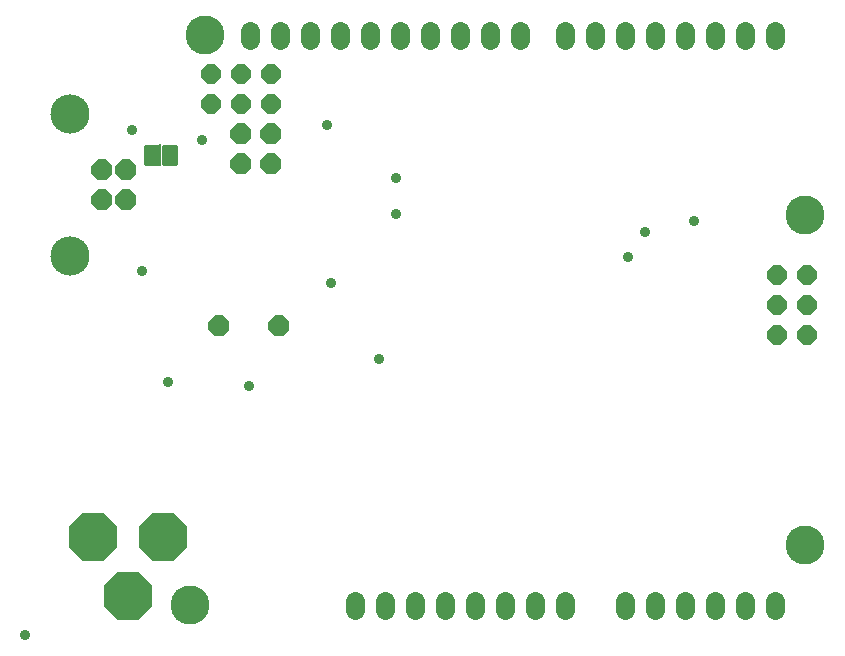
<source format=gbr>
G04 EAGLE Gerber RS-274X export*
G75*
%MOMM*%
%FSLAX34Y34*%
%LPD*%
%INSoldermask Bottom*%
%IPPOS*%
%AMOC8*
5,1,8,0,0,1.08239X$1,22.5*%
G01*
%ADD10C,3.301600*%
%ADD11P,1.787675X8X292.500000*%
%ADD12P,4.439531X8X202.500000*%
%ADD13P,4.439531X8X112.500000*%
%ADD14C,2.051600*%
%ADD15P,1.924489X8X292.500000*%
%ADD16C,3.317600*%
%ADD17P,1.787675X8X202.500000*%
%ADD18C,0.215900*%
%ADD19R,0.152400X1.828800*%
%ADD20P,1.924489X8X112.500000*%
%ADD21C,0.880000*%
%ADD22C,1.625600*%


D10*
X660400Y355600D03*
X660400Y76200D03*
X152400Y508000D03*
X139700Y25400D03*
D11*
X636270Y304800D03*
X661670Y304800D03*
X636270Y279400D03*
X661670Y279400D03*
X636270Y254000D03*
X661670Y254000D03*
D12*
X86868Y33020D03*
D13*
X116840Y83058D03*
X56896Y83058D03*
D14*
X94488Y33020D03*
X79248Y33020D03*
X56896Y75438D03*
X56896Y90678D03*
X116840Y75438D03*
X116840Y90678D03*
D15*
X85200Y368500D03*
X85200Y393500D03*
X65200Y393500D03*
X65200Y368500D03*
D16*
X38100Y441000D03*
X38100Y321000D03*
D17*
X208280Y474980D03*
X208280Y449580D03*
X182880Y474980D03*
X182880Y449580D03*
X157480Y474980D03*
X157480Y449580D03*
D18*
X127191Y413830D02*
X116649Y413830D01*
X127191Y413830D02*
X127191Y398970D01*
X116649Y398970D01*
X116649Y413830D01*
X116649Y401021D02*
X127191Y401021D01*
X127191Y403072D02*
X116649Y403072D01*
X116649Y405123D02*
X127191Y405123D01*
X127191Y407174D02*
X116649Y407174D01*
X116649Y409225D02*
X127191Y409225D01*
X127191Y411276D02*
X116649Y411276D01*
X116649Y413327D02*
X127191Y413327D01*
X111951Y413830D02*
X101409Y413830D01*
X111951Y413830D02*
X111951Y398970D01*
X101409Y398970D01*
X101409Y413830D01*
X101409Y401021D02*
X111951Y401021D01*
X111951Y403072D02*
X101409Y403072D01*
X101409Y405123D02*
X111951Y405123D01*
X111951Y407174D02*
X101409Y407174D01*
X101409Y409225D02*
X111951Y409225D01*
X111951Y411276D02*
X101409Y411276D01*
X101409Y413327D02*
X111951Y413327D01*
D19*
X114300Y406400D03*
D20*
X208280Y398780D03*
X182880Y398780D03*
X208280Y424180D03*
X182880Y424180D03*
D15*
X214630Y261620D03*
X163830Y261620D03*
D21*
X0Y0D03*
X566420Y350520D03*
X524510Y341630D03*
X510540Y320040D03*
X313690Y387350D03*
X313690Y356870D03*
X259080Y298450D03*
X99060Y308610D03*
X149860Y419100D03*
X208280Y474980D03*
X157480Y474980D03*
X182880Y449580D03*
X182880Y474980D03*
X90170Y427990D03*
X120650Y214630D03*
X189230Y210820D03*
X255270Y431800D03*
X299720Y233680D03*
X661670Y304800D03*
D22*
X279400Y29210D02*
X279400Y21590D01*
X304800Y21590D02*
X304800Y29210D01*
X330200Y29210D02*
X330200Y21590D01*
X355600Y21590D02*
X355600Y29210D01*
X381000Y29210D02*
X381000Y21590D01*
X406400Y21590D02*
X406400Y29210D01*
X431800Y29210D02*
X431800Y21590D01*
X457200Y21590D02*
X457200Y29210D01*
X508000Y29210D02*
X508000Y21590D01*
X533400Y21590D02*
X533400Y29210D01*
X558800Y29210D02*
X558800Y21590D01*
X584200Y21590D02*
X584200Y29210D01*
X609600Y29210D02*
X609600Y21590D01*
X635000Y21590D02*
X635000Y29210D01*
X635000Y504190D02*
X635000Y511810D01*
X609600Y511810D02*
X609600Y504190D01*
X584200Y504190D02*
X584200Y511810D01*
X558800Y511810D02*
X558800Y504190D01*
X533400Y504190D02*
X533400Y511810D01*
X508000Y511810D02*
X508000Y504190D01*
X482600Y504190D02*
X482600Y511810D01*
X457200Y511810D02*
X457200Y504190D01*
X419100Y504190D02*
X419100Y511810D01*
X393700Y511810D02*
X393700Y504190D01*
X368300Y504190D02*
X368300Y511810D01*
X342900Y511810D02*
X342900Y504190D01*
X317500Y504190D02*
X317500Y511810D01*
X292100Y511810D02*
X292100Y504190D01*
X266700Y504190D02*
X266700Y511810D01*
X241300Y511810D02*
X241300Y504190D01*
X215900Y504190D02*
X215900Y511810D01*
X190500Y511810D02*
X190500Y504190D01*
M02*

</source>
